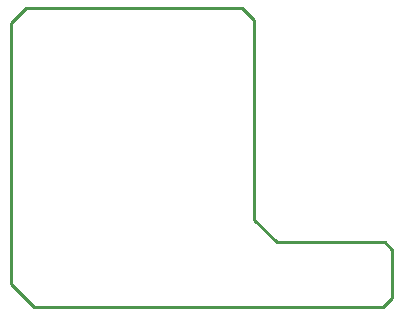
<source format=gm1>
%FSLAX44Y44*%
%MOMM*%
G71*
G01*
G75*
G04 Layer_Color=16711935*
%ADD10C,0.2000*%
%ADD11C,0.4000*%
%ADD12C,0.3000*%
%ADD13C,1.3000*%
%ADD14C,1.4000*%
%ADD15C,2.0000*%
%ADD16C,1.6900*%
%ADD17R,1.6900X1.6900*%
%ADD18C,4.7600*%
%ADD19C,1.5240*%
%ADD20R,1.5000X1.5000*%
%ADD21C,1.5000*%
%ADD22C,1.0000*%
%ADD23C,1.0160*%
%ADD24R,1.6660X1.6660*%
%ADD25R,1.7160X1.7160*%
%ADD26O,1.6660X2.5160*%
%ADD27C,2.1060*%
%ADD28C,4.2760*%
%ADD29C,2.0160*%
%ADD30C,1.9160*%
%ADD31C,1.8660*%
%ADD32C,1.5660*%
%ADD33C,2.2160*%
%ADD34C,1.5160*%
%ADD35C,0.1000*%
%ADD36C,0.2540*%
%ADD37C,0.1500*%
%ADD38C,1.5032*%
%ADD39C,1.6032*%
%ADD40C,2.2032*%
%ADD41C,1.8932*%
%ADD42R,1.8932X1.8932*%
%ADD43C,4.9632*%
%ADD44C,1.7272*%
%ADD45R,1.7032X1.7032*%
%ADD46C,1.7032*%
%ADD47C,1.2032*%
D36*
X1229360Y1440180D02*
X1242060D01*
X1216660Y1427480D02*
X1229360Y1440180D01*
X1216660Y1206500D02*
Y1427480D01*
Y1206500D02*
X1235710Y1187450D01*
X1412240Y1440180D02*
X1422400Y1430020D01*
X1242060Y1440180D02*
X1412240D01*
X1235710Y1187450D02*
X1531620D01*
X1422400Y1261110D02*
Y1430020D01*
Y1261110D02*
X1441450Y1242060D01*
X1531620Y1187450D02*
X1539240Y1195070D01*
Y1235710D01*
X1532890Y1242060D02*
X1539240Y1235710D01*
X1441450Y1242060D02*
X1532890D01*
M02*

</source>
